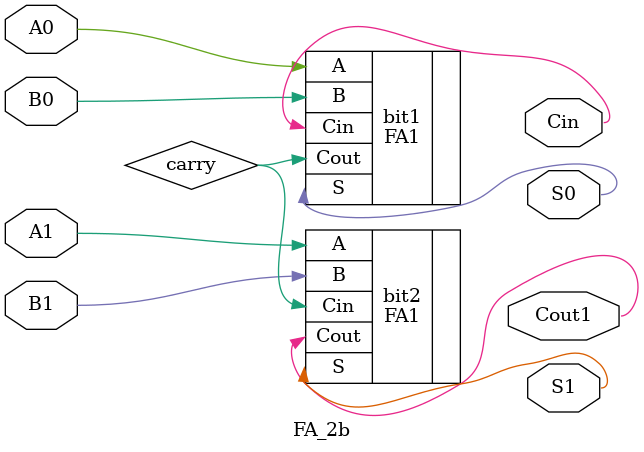
<source format=sv>
`timescale 1ns/1ps


module FA_2b
(
	input wire A0,A1,B0,B1,
	output wire S0,S1,Cout1,Cin
);

wire carry;

FA1 bit1
(
	.A(A0),
	.B(B0),
	.Cin(Cin),
	.S(S0),
	.Cout(carry)
);

FA1 bit2
(
	.A(A1),
	.B(B1),
	.Cin(carry),
	.S(S1),
	.Cout(Cout1)
);






endmodule
</source>
